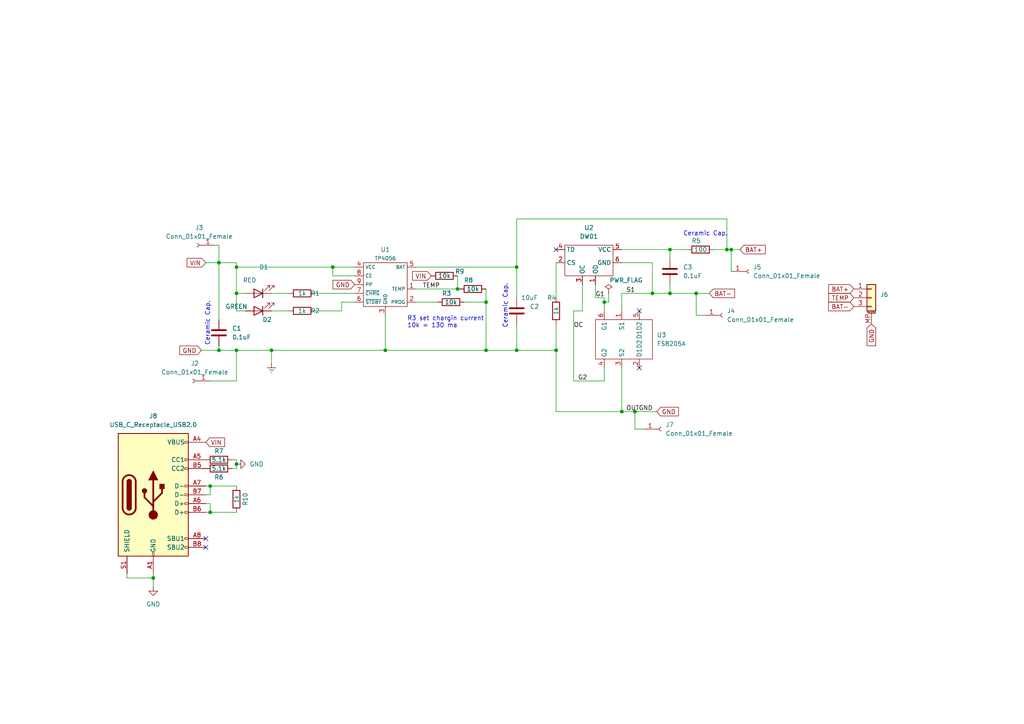
<source format=kicad_sch>
(kicad_sch (version 20230121) (generator eeschema)
  (paper "A4")
  (lib_symbols
    (symbol "Connector:Conn_01x01_Female" (pin_names (offset 1.016) hide)
      (property "Reference" "J" (at 0 2.54 0))
      (property "Value" "Conn_01x01_Female" (at 0 -2.54 0))
      (symbol "Conn_01x01_Female_1_1"
        (polyline (pts (xy -1.27 0) (xy -0.508 0)) (stroke (width 0.1524)))
        (arc (start 0 0.508) (mid -0.5058 0) (end 0 -0.508) (stroke (width 0.1524)))
        (pin passive line (at -5.08 0 0) (length 3.81) (name "Pin_1") (number "1"))
      )
    )
    (symbol "Connector:USB_C_Receptacle_USB2.0" (pin_names (offset 1.016))
      (property "Reference" "J" (at -10.16 19.05 0))
      (property "Value" "USB_C_Receptacle_USB2.0" (at 19.05 19.05 0))
      (symbol "USB_C_Receptacle_USB2.0_0_0"
        (rectangle (start -0.254 -17.78) (end 0.254 -16.764))
        (rectangle (start 10.16 -14.986) (end 9.144 -15.494))
        (rectangle (start 10.16 -12.446) (end 9.144 -12.954))
        (rectangle (start 10.16 -4.826) (end 9.144 -5.334))
        (rectangle (start 10.16 -2.286) (end 9.144 -2.794))
        (rectangle (start 10.16 0.254) (end 9.144 -0.254))
        (rectangle (start 10.16 2.794) (end 9.144 2.286))
        (rectangle (start 10.16 7.874) (end 9.144 7.366))
        (rectangle (start 10.16 10.414) (end 9.144 9.906))
        (rectangle (start 10.16 15.494) (end 9.144 14.986))
      )
      (symbol "USB_C_Receptacle_USB2.0_0_1"
        (rectangle (start -10.16 17.78) (end 10.16 -17.78) (stroke (width 0.254)) (fill (type background)))
        (arc (start -8.89 -3.81) (mid -6.985 -5.7067) (end -5.08 -3.81) (stroke (width 0.508)))
        (arc (start -7.62 -3.81) (mid -6.985 -4.4423) (end -6.35 -3.81) (stroke (width 0.254)))
        (arc (start -7.62 -3.81) (mid -6.985 -4.4423) (end -6.35 -3.81) (stroke (width 0.254)) (fill (type outline)))
        (rectangle (start -7.62 -3.81) (end -6.35 3.81) (stroke (width 0.254)) (fill (type outline)))
        (arc (start -6.35 3.81) (mid -6.985 4.4423) (end -7.62 3.81) (stroke (width 0.254)))
        (arc (start -6.35 3.81) (mid -6.985 4.4423) (end -7.62 3.81) (stroke (width 0.254)) (fill (type outline)))
        (arc (start -5.08 3.81) (mid -6.985 5.7067) (end -8.89 3.81) (stroke (width 0.508)))
        (circle (center -2.54 1.143) (radius 0.635) (stroke (width 0.254)) (fill (type outline)))
        (circle (center 0 -5.842) (radius 1.27) (fill (type outline)))
        (polyline (pts (xy -8.89 -3.81) (xy -8.89 3.81)) (stroke (width 0.508)))
        (polyline (pts (xy -5.08 3.81) (xy -5.08 -3.81)) (stroke (width 0.508)))
        (polyline (pts (xy 0 -5.842) (xy 0 4.318)) (stroke (width 0.508)))
        (polyline (pts (xy 0 -3.302) (xy -2.54 -0.762) (xy -2.54 0.508)) (stroke (width 0.508)))
        (polyline (pts (xy 0 -2.032) (xy 2.54 0.508) (xy 2.54 1.778)) (stroke (width 0.508)))
        (polyline (pts (xy -1.27 4.318) (xy 0 6.858) (xy 1.27 4.318) (xy -1.27 4.318)) (stroke (width 0.254)) (fill (type outline)))
        (rectangle (start 1.905 1.778) (end 3.175 3.048) (stroke (width 0.254)) (fill (type outline)))
      )
      (symbol "USB_C_Receptacle_USB2.0_1_1"
        (pin passive line (at 0 -22.86 90) (length 5.08) (name "GND") (number "A1"))
        (pin passive line (at 0 -22.86 90) (length 5.08) hide (name "GND") (number "A12"))
        (pin passive line (at 15.24 15.24 180) (length 5.08) (name "VBUS") (number "A4"))
        (pin bidirectional line (at 15.24 10.16 180) (length 5.08) (name "CC1") (number "A5"))
        (pin bidirectional line (at 15.24 -2.54 180) (length 5.08) (name "D+") (number "A6"))
        (pin bidirectional line (at 15.24 2.54 180) (length 5.08) (name "D-") (number "A7"))
        (pin bidirectional line (at 15.24 -12.7 180) (length 5.08) (name "SBU1") (number "A8"))
        (pin passive line (at 15.24 15.24 180) (length 5.08) hide (name "VBUS") (number "A9"))
        (pin passive line (at 0 -22.86 90) (length 5.08) hide (name "GND") (number "B1"))
        (pin passive line (at 0 -22.86 90) (length 5.08) hide (name "GND") (number "B12"))
        (pin passive line (at 15.24 15.24 180) (length 5.08) hide (name "VBUS") (number "B4"))
        (pin bidirectional line (at 15.24 7.62 180) (length 5.08) (name "CC2") (number "B5"))
        (pin bidirectional line (at 15.24 -5.08 180) (length 5.08) (name "D+") (number "B6"))
        (pin bidirectional line (at 15.24 0 180) (length 5.08) (name "D-") (number "B7"))
        (pin bidirectional line (at 15.24 -15.24 180) (length 5.08) (name "SBU2") (number "B8"))
        (pin passive line (at 15.24 15.24 180) (length 5.08) hide (name "VBUS") (number "B9"))
        (pin passive line (at -7.62 -22.86 90) (length 5.08) (name "SHIELD") (number "S1"))
      )
    )
    (symbol "Connector_Generic_MountingPin:Conn_01x03_MountingPin" (pin_names (offset 1.016) hide)
      (property "Reference" "J" (at 0 5.08 0))
      (property "Value" "Conn_01x03_MountingPin" (at 1.27 -5.08 0))
      (symbol "Conn_01x03_MountingPin_1_1"
        (rectangle (start -1.27 -2.413) (end 0 -2.667) (stroke (width 0.1524)))
        (rectangle (start -1.27 0.127) (end 0 -0.127) (stroke (width 0.1524)))
        (rectangle (start -1.27 2.667) (end 0 2.413) (stroke (width 0.1524)))
        (rectangle (start -1.27 3.81) (end 1.27 -3.81) (stroke (width 0.254)) (fill (type background)))
        (polyline (pts (xy -1.016 -4.572) (xy 1.016 -4.572)) (stroke (width 0.1524)))
        (text "Mounting" (at 0 -4.191 0) (effects (font (size 0.381 0.381))))
        (pin passive line (at -5.08 2.54 0) (length 3.81) (name "Pin_1") (number "1"))
        (pin passive line (at -5.08 0 0) (length 3.81) (name "Pin_2") (number "2"))
        (pin passive line (at -5.08 -2.54 0) (length 3.81) (name "Pin_3") (number "3"))
        (pin passive line (at 0 -7.62 90) (length 3.048) (name "MountPin") (number "MP"))
      )
    )
    (symbol "Device:C" (pin_numbers hide) (pin_names (offset 0.254))
      (property "Reference" "C" (at 0.635 2.54 0))
      (property "Value" "C" (at 0.635 -2.54 0))
      (symbol "C_0_1"
        (polyline (pts (xy -2.032 -0.762) (xy 2.032 -0.762)) (stroke (width 0.508)))
        (polyline (pts (xy -2.032 0.762) (xy 2.032 0.762)) (stroke (width 0.508)))
      )
      (symbol "C_1_1"
        (pin passive line (at 0 3.81 270) (length 2.794) (name "~") (number "1"))
        (pin passive line (at 0 -3.81 90) (length 2.794) (name "~") (number "2"))
      )
    )
    (symbol "Device:LED" (pin_numbers hide) (pin_names (offset 1.016) hide)
      (property "Reference" "D" (at 0 2.54 0))
      (property "Value" "LED" (at 0 -2.54 0))
      (symbol "LED_0_1"
        (polyline (pts (xy -1.27 -1.27) (xy -1.27 1.27)) (stroke (width 0.254)))
        (polyline (pts (xy -1.27 0) (xy 1.27 0)))
        (polyline (pts (xy 1.27 -1.27) (xy 1.27 1.27) (xy -1.27 0) (xy 1.27 -1.27)) (stroke (width 0.254)))
        (polyline (pts (xy -3.048 -0.762) (xy -4.572 -2.286) (xy -3.81 -2.286) (xy -4.572 -2.286) (xy -4.572 -1.524)))
        (polyline (pts (xy -1.778 -0.762) (xy -3.302 -2.286) (xy -2.54 -2.286) (xy -3.302 -2.286) (xy -3.302 -1.524)))
      )
      (symbol "LED_1_1"
        (pin passive line (at -3.81 0 0) (length 2.54) (name "K") (number "1"))
        (pin passive line (at 3.81 0 180) (length 2.54) (name "A") (number "2"))
      )
    )
    (symbol "Device:R" (pin_numbers hide) (pin_names (offset 0))
      (property "Reference" "R" (at 2.032 0 90))
      (property "Value" "R" (at 0 0 90))
      (symbol "R_0_1"
        (rectangle (start -1.016 -2.54) (end 1.016 2.54) (stroke (width 0.254)))
      )
      (symbol "R_1_1"
        (pin passive line (at 0 3.81 270) (length 1.27) (name "~") (number "1"))
        (pin passive line (at 0 -3.81 90) (length 1.27) (name "~") (number "2"))
      )
    )
    (symbol "dw01:DW01"
      (property "Reference" "U" (at 1.27 10.16 0))
      (property "Value" "DW01" (at 11.43 10.16 0))
      (symbol "DW01_0_1"
        (rectangle (start 0 8.89) (end 13.97 0))
      )
      (symbol "DW01_1_1"
        (pin input line (at 8.89 -2.54 90) (length 2.54) (name "OD") (number "1"))
        (pin input line (at -2.54 3.81 0) (length 2.54) (name "CS") (number "2"))
        (pin input line (at 5.08 -2.54 90) (length 2.54) (name "OC") (number "3"))
        (pin input line (at -2.54 7.62 0) (length 2.54) (name "TD") (number "4"))
        (pin input line (at 16.51 7.62 180) (length 2.54) (name "VCC") (number "5"))
        (pin input line (at 16.51 3.81 180) (length 2.54) (name "GND") (number "6"))
      )
    )
    (symbol "fs8205:FS8205A"
      (property "Reference" "U" (at 1.27 5.08 0))
      (property "Value" "FS8205A" (at -1.27 8.89 90))
      (symbol "FS8205A_0_1"
        (rectangle (start 0 11.43) (end 16.51 0))
      )
      (symbol "FS8205A_1_1"
        (pin input line (at 7.62 13.97 270) (length 2.54) (name "S1") (number "1"))
        (pin input line (at 12.7 -2.54 90) (length 2.54) (name "D1D2") (number "2"))
        (pin input line (at 7.62 -2.54 90) (length 2.54) (name "S2") (number "3"))
        (pin input line (at 2.54 -2.54 90) (length 2.54) (name "G2") (number "4"))
        (pin input line (at 12.7 13.97 270) (length 2.54) (name "D1D2") (number "5"))
        (pin input line (at 2.54 13.97 270) (length 2.54) (name "G1") (number "6"))
      )
    )
    (symbol "power:Earth" (power) (pin_names (offset 0))
      (symbol "Earth_0_1"
        (polyline (pts (xy -0.635 -1.905) (xy 0.635 -1.905)))
        (polyline (pts (xy -0.127 -2.54) (xy 0.127 -2.54)))
        (polyline (pts (xy 0 -1.27) (xy 0 0)))
        (polyline (pts (xy 1.27 -1.27) (xy -1.27 -1.27)))
      )
      (symbol "Earth_1_1"
        (pin power_in line (at 0 0 270) (length 0) hide (name "Earth") (number "1"))
      )
    )
    (symbol "power:GND" (power) (pin_names (offset 0))
      (property "Value" "GND" (at 0 -3.81 0))
      (symbol "GND_0_1"
        (polyline (pts (xy 0 0) (xy 0 -1.27) (xy 1.27 -1.27) (xy 0 -2.54) (xy -1.27 -1.27) (xy 0 -1.27)))
      )
      (symbol "GND_1_1"
        (pin power_in line (at 0 0 270) (length 0) hide (name "GND") (number "1"))
      )
    )
    (symbol "power:PWR_FLAG" (power) (pin_numbers hide) (pin_names (offset 0) hide)
      (property "Value" "PWR_FLAG" (at 0 3.81 0))
      (symbol "PWR_FLAG_0_0"
        (pin power_out line (at 0 0 90) (length 0) (name "pwr") (number "1"))
      )
      (symbol "PWR_FLAG_0_1"
        (polyline (pts (xy 0 0) (xy 0 1.27) (xy -1.016 1.905) (xy 0 2.54) (xy 1.016 1.905) (xy 0 1.27)))
      )
    )
    (symbol "tp4056:TP4056"
      (property "Reference" "U" (at 1.27 13.97 0))
      (property "Value" "TP4056" (at 8.89 13.97 0))
      (symbol "TP4056_0_1"
        (rectangle (start 0 12.7) (end 12.7 0))
      )
      (symbol "TP4056_1_1"
        (pin input line (at 15.24 5.08 180) (length 2.54) (name "TEMP") (number "1"))
        (pin input line (at 15.24 1.27 180) (length 2.54) (name "PROG") (number "2"))
        (pin input line (at 6.35 -2.54 90) (length 2.54) (name "GND") (number "3"))
        (pin input line (at -2.54 11.43 0) (length 2.54) (name "VCC") (number "4"))
        (pin input line (at 15.24 11.43 180) (length 2.54) (name "BAT") (number "5"))
        (pin input line (at -2.54 1.27 0) (length 2.54) (name "~{STDBY}") (number "6"))
        (pin input line (at -2.54 3.81 0) (length 2.54) (name "~{CHRG}") (number "7"))
        (pin input line (at -2.54 8.89 0) (length 2.54) (name "CE") (number "8"))
        (pin input line (at -2.54 6.35 0) (length 2.54) (name "PP") (number "9"))
      )
    )
  )
  (junction (at 68.58 85.09))
  (junction (at 175.26 87.63))
  (junction (at 189.23 85.09))
  (junction (at 44.45 167.64))
  (junction (at 140.97 101.6))
  (junction (at 149.86 101.6))
  (junction (at 60.96 140.97))
  (junction (at 180.34 119.38))
  (junction (at 132.715 83.82))
  (junction (at 149.86 77.47))
  (junction (at 78.74 101.6))
  (junction (at 212.09 72.39))
  (junction (at 68.58 101.6))
  (junction (at 96.52 77.47))
  (junction (at 161.29 101.6))
  (junction (at 194.31 85.09))
  (junction (at 63.5 76.2))
  (junction (at 201.93 85.09))
  (junction (at 140.97 87.63))
  (junction (at 111.76 101.6))
  (junction (at 68.58 134.62))
  (junction (at 210.82 72.39))
  (junction (at 60.96 148.59))
  (junction (at 194.31 72.39))
  (junction (at 184.15 119.38))
  (junction (at 68.58 77.47))
  (junction (at 63.5 101.6))
  (no_connect (at 59.69 156.21))
  (no_connect (at 161.29 72.39))
  (no_connect (at 185.42 106.68))
  (no_connect (at 185.42 90.17))
  (no_connect (at 59.69 158.75))
  (wire (pts (xy 111.76 101.6) (xy 140.97 101.6)))
  (wire (pts (xy 149.86 101.6) (xy 161.29 101.6)))
  (wire (pts (xy 184.15 124.46) (xy 184.15 119.38)))
  (wire (pts (xy 189.23 76.2) (xy 189.23 85.09)))
  (wire (pts (xy 91.44 85.09) (xy 102.87 85.09)))
  (wire (pts (xy 68.58 77.47) (xy 96.52 77.47)))
  (wire (pts (xy 194.31 72.39) (xy 199.39 72.39)))
  (wire (pts (xy 68.58 101.6) (xy 78.74 101.6)))
  (wire (pts (xy 96.52 77.47) (xy 102.87 77.47)))
  (wire (pts (xy 149.86 77.47) (xy 149.86 86.36)))
  (wire (pts (xy 68.58 76.2) (xy 68.58 77.47)))
  (wire (pts (xy 149.86 63.5) (xy 210.82 63.5)))
  (wire (pts (xy 78.74 85.09) (xy 83.82 85.09)))
  (wire (pts (xy 78.74 101.6) (xy 78.74 105.41)))
  (wire (pts (xy 44.45 170.18) (xy 44.45 167.64)))
  (wire (pts (xy 212.09 72.39) (xy 212.09 78.74)))
  (wire (pts (xy 140.97 83.82) (xy 140.97 87.63)))
  (wire (pts (xy 59.69 140.97) (xy 60.96 140.97)))
  (wire (pts (xy 96.52 80.01) (xy 102.87 80.01)))
  (wire (pts (xy 96.52 77.47) (xy 96.52 80.01)))
  (wire (pts (xy 68.58 135.89) (xy 67.31 135.89)))
  (wire (pts (xy 140.97 87.63) (xy 140.97 101.6)))
  (wire (pts (xy 71.12 90.17) (xy 68.58 90.17)))
  (wire (pts (xy 68.58 85.09) (xy 68.58 77.47)))
  (wire (pts (xy 210.82 63.5) (xy 210.82 72.39)))
  (wire (pts (xy 36.83 166.37) (xy 36.83 167.64)))
  (wire (pts (xy 60.96 146.05) (xy 60.96 148.59)))
  (wire (pts (xy 60.96 140.97) (xy 60.96 143.51)))
  (wire (pts (xy 58.42 101.6) (xy 63.5 101.6)))
  (wire (pts (xy 189.23 85.09) (xy 194.31 85.09)))
  (wire (pts (xy 175.26 87.63) (xy 175.26 90.17)))
  (wire (pts (xy 172.72 86.36) (xy 175.26 86.36)))
  (wire (pts (xy 68.58 110.49) (xy 68.58 101.6)))
  (wire (pts (xy 68.58 85.09) (xy 71.12 85.09)))
  (wire (pts (xy 194.31 85.09) (xy 201.93 85.09)))
  (wire (pts (xy 180.34 72.39) (xy 194.31 72.39)))
  (wire (pts (xy 161.29 93.98) (xy 161.29 101.6)))
  (wire (pts (xy 210.82 72.39) (xy 212.09 72.39)))
  (wire (pts (xy 180.34 90.17) (xy 180.34 85.09)))
  (wire (pts (xy 59.69 146.05) (xy 60.96 146.05)))
  (wire (pts (xy 60.96 110.49) (xy 68.58 110.49)))
  (wire (pts (xy 166.37 110.49) (xy 175.26 110.49)))
  (wire (pts (xy 120.65 83.82) (xy 132.715 83.82)))
  (wire (pts (xy 172.72 82.55) (xy 172.72 86.36)))
  (wire (pts (xy 99.06 87.63) (xy 99.06 90.17)))
  (wire (pts (xy 44.45 167.64) (xy 44.45 166.37)))
  (wire (pts (xy 63.5 101.6) (xy 68.58 101.6)))
  (wire (pts (xy 63.5 71.12) (xy 63.5 76.2)))
  (wire (pts (xy 63.5 100.33) (xy 63.5 101.6)))
  (wire (pts (xy 78.74 90.17) (xy 83.82 90.17)))
  (wire (pts (xy 140.97 101.6) (xy 149.86 101.6)))
  (wire (pts (xy 161.29 76.2) (xy 161.29 86.36)))
  (wire (pts (xy 204.47 91.44) (xy 201.93 91.44)))
  (wire (pts (xy 161.29 101.6) (xy 161.29 119.38)))
  (wire (pts (xy 149.86 63.5) (xy 149.86 77.47)))
  (wire (pts (xy 63.5 76.2) (xy 68.58 76.2)))
  (wire (pts (xy 99.06 90.17) (xy 91.44 90.17)))
  (wire (pts (xy 194.31 82.55) (xy 194.31 85.09)))
  (wire (pts (xy 201.93 85.09) (xy 205.74 85.09)))
  (wire (pts (xy 60.96 140.97) (xy 68.58 140.97)))
  (wire (pts (xy 62.23 71.12) (xy 63.5 71.12)))
  (wire (pts (xy 134.62 87.63) (xy 140.97 87.63)))
  (wire (pts (xy 168.91 90.17) (xy 166.37 90.17)))
  (wire (pts (xy 68.58 90.17) (xy 68.58 85.09)))
  (wire (pts (xy 102.87 87.63) (xy 99.06 87.63)))
  (wire (pts (xy 201.93 91.44) (xy 201.93 85.09)))
  (wire (pts (xy 207.01 72.39) (xy 210.82 72.39)))
  (wire (pts (xy 63.5 76.2) (xy 63.5 92.71)))
  (wire (pts (xy 68.58 133.35) (xy 68.58 134.62)))
  (wire (pts (xy 180.34 106.68) (xy 180.34 119.38)))
  (wire (pts (xy 186.69 124.46) (xy 184.15 124.46)))
  (wire (pts (xy 60.96 148.59) (xy 68.58 148.59)))
  (wire (pts (xy 180.34 76.2) (xy 189.23 76.2)))
  (wire (pts (xy 194.31 72.39) (xy 194.31 74.93)))
  (wire (pts (xy 67.31 133.35) (xy 68.58 133.35)))
  (wire (pts (xy 180.34 85.09) (xy 189.23 85.09)))
  (wire (pts (xy 212.09 72.39) (xy 214.63 72.39)))
  (wire (pts (xy 175.26 110.49) (xy 175.26 106.68)))
  (wire (pts (xy 78.74 101.6) (xy 111.76 101.6)))
  (wire (pts (xy 184.15 119.38) (xy 190.5 119.38)))
  (wire (pts (xy 120.65 87.63) (xy 127 87.63)))
  (wire (pts (xy 132.715 83.82) (xy 133.35 83.82)))
  (wire (pts (xy 176.53 85.09) (xy 176.53 87.63)))
  (wire (pts (xy 166.37 90.17) (xy 166.37 110.49)))
  (wire (pts (xy 168.91 82.55) (xy 168.91 90.17)))
  (wire (pts (xy 176.53 87.63) (xy 175.26 87.63)))
  (wire (pts (xy 175.26 86.36) (xy 175.26 87.63)))
  (wire (pts (xy 68.58 134.62) (xy 68.58 135.89)))
  (wire (pts (xy 132.715 80.01) (xy 132.715 83.82)))
  (wire (pts (xy 60.96 143.51) (xy 59.69 143.51)))
  (wire (pts (xy 36.83 167.64) (xy 44.45 167.64)))
  (wire (pts (xy 161.29 119.38) (xy 180.34 119.38)))
  (wire (pts (xy 180.34 119.38) (xy 184.15 119.38)))
  (wire (pts (xy 149.86 93.98) (xy 149.86 101.6)))
  (wire (pts (xy 59.69 76.2) (xy 63.5 76.2)))
  (wire (pts (xy 60.96 148.59) (xy 59.69 148.59)))
  (wire (pts (xy 111.76 91.44) (xy 111.76 101.6)))
  (wire (pts (xy 120.65 77.47) (xy 149.86 77.47)))
  (text "Ceramic Cap." (at 60.96 100.33 90) (effects (font (size 1.27 1.27)) (justify left bottom)))
  (text "Ceramic Cap." (at 147.32 95.25 90) (effects (font (size 1.27 1.27)) (justify left bottom)))
  (text "R3 set chargin current\n10k = 130 ma" (at 118.11 95.25 0) (effects (font (size 1.27 1.27)) (justify left bottom)))
  (text "Ceramic Cap." (at 198.12 68.58 0) (effects (font (size 1.27 1.27)) (justify left bottom)))
  (label "OUTGND" (at 181.61 119.38 0))
  (label "G1" (at 172.72 86.36 0))
  (label "OC" (at 166.37 95.25 0))
  (label "TEMP" (at 122.555 83.82 0))
  (label "G2" (at 167.64 110.49 0))
  (label "S1" (at 181.61 85.09 0))
  (global_label "VIN" (shape input) (at 59.69 76.2 180) (property "Intersheetrefs" "${INTERSHEET_REFS}" (effects hide)))
  (global_label "GND" (shape input) (at 102.87 82.55 180) (property "Intersheetrefs" "${INTERSHEET_REFS}" (effects hide)))
  (global_label "GND" (shape input) (at 190.5 119.38 0) (property "Intersheetrefs" "${INTERSHEET_REFS}" (effects hide)))
  (global_label "GND" (shape input) (at 58.42 101.6 180) (property "Intersheetrefs" "${INTERSHEET_REFS}" (effects hide)))
  (global_label "GND" (shape input) (at 252.73 93.98 270) (property "Intersheetrefs" "${INTERSHEET_REFS}" (effects hide)))
  (global_label "BAT+" (shape input) (at 214.63 72.39 0) (property "Intersheetrefs" "${INTERSHEET_REFS}" (effects hide)))
  (global_label "BAT+" (shape input) (at 247.65 83.82 180) (property "Intersheetrefs" "${INTERSHEET_REFS}" (effects hide)))
  (global_label "VIN" (shape input) (at 125.095 80.01 180) (property "Intersheetrefs" "${INTERSHEET_REFS}" (effects hide)))
  (global_label "TEMP" (shape input) (at 247.65 86.36 180) (property "Intersheetrefs" "${INTERSHEET_REFS}" (effects hide)))
  (global_label "BAT-" (shape input) (at 247.65 88.9 180) (property "Intersheetrefs" "${INTERSHEET_REFS}" (effects hide)))
  (global_label "BAT-" (shape input) (at 205.74 85.09 0) (property "Intersheetrefs" "${INTERSHEET_REFS}" (effects hide)))
  (global_label "VIN" (shape input) (at 59.69 128.27 0) (property "Intersheetrefs" "${INTERSHEET_REFS}" (effects hide)))
  (symbol (lib_id "Device:C") (at 149.86 90.17 0) (unit 1)
    (property "Reference" "C2" (at 153.67 88.8999 0) (effects (justify left)))
    (property "Value" "10uF" (at 151.13 86.36 0) (effects (justify left)))
    (property "Footprint" "Capacitor_SMD:C_0805_2012Metric_Pad1.18x1.45mm_HandSolder" (effects hide))
  )
  (symbol (lib_id "power:Earth") (at 78.74 105.41 0) (unit 1)
    (property "Reference" "#PWR01" (effects hide))
    (property "Value" "Earth" (effects hide))
  )
  (symbol (lib_id "Device:R") (at 137.16 83.82 90) (unit 1)
    (property "Reference" "R8" (at 135.89 81.28 90))
    (property "Value" "10k" (at 137.16 83.82 90))
    (property "Footprint" "Resistor_SMD:R_0805_2012Metric_Pad1.20x1.40mm_HandSolder" (effects hide))
  )
  (symbol (lib_id "Connector:Conn_01x01_Female") (at 217.17 78.74 0) (unit 1)
    (property "Reference" "J5" (at 218.44 77.4699 0) (effects (justify left)))
    (property "Value" "Conn_01x01_Female" (at 218.44 80.0099 0) (effects (justify left)))
    (property "Footprint" "Connector_PinSocket_2.54mm:PinSocket_1x01_P2.54mm_Vertical" (effects hide))
  )
  (symbol (lib_id "power:GND") (at 44.45 170.18 0) (unit 1)
    (property "Reference" "#PWR02" (effects hide))
    (property "Value" "GND" (at 44.45 175.26 0))
  )
  (symbol (lib_id "Device:LED") (at 74.93 85.09 180) (unit 1)
    (property "Reference" "D1" (at 76.5175 77.47 0))
    (property "Value" "RED" (at 72.39 81.28 0))
    (property "Footprint" "LED_SMD:LED_0805_2012Metric_Pad1.15x1.40mm_HandSolder" (effects hide))
  )
  (symbol (lib_id "Device:R") (at 87.63 85.09 90) (unit 1)
    (property "Reference" "R1" (at 91.44 85.09 90))
    (property "Value" "1k" (at 87.63 85.09 90))
    (property "Footprint" "Resistor_SMD:R_0603_1608Metric_Pad0.98x0.95mm_HandSolder" (effects hide))
  )
  (symbol (lib_id "tp4056:TP4056") (at 105.41 88.9 0) (unit 1)
    (property "Reference" "U1" (at 111.76 72.39 0))
    (property "Value" "TP4056" (at 111.76 74.93 0) (effects (font (size 1.1 1.1))))
    (property "Footprint" "Package_SO:SOIC-8-1EP_3.9x4.9mm_P1.27mm_EP2.29x3mm" (effects hide))
  )
  (symbol (lib_id "power:PWR_FLAG") (at 176.53 85.09 0) (unit 1)
    (property "Reference" "#FLG01" (effects hide))
    (property "Value" "PWR_FLAG" (at 181.61 81.28 0))
  )
  (symbol (lib_id "dw01:DW01") (at 163.83 80.01 0) (unit 1)
    (property "Reference" "U2" (at 170.815 66.04 0))
    (property "Value" "DW01" (at 170.815 68.58 0))
    (property "Footprint" "Package_TO_SOT_SMD:SOT-23-6_Handsoldering" (effects hide))
  )
  (symbol (lib_id "Device:R") (at 128.905 80.01 90) (unit 1)
    (property "Reference" "R9" (at 133.35 78.74 90))
    (property "Value" "10k" (at 128.905 80.01 90))
    (property "Footprint" "Resistor_SMD:R_0805_2012Metric_Pad1.20x1.40mm_HandSolder" (effects hide))
  )
  (symbol (lib_id "Connector:Conn_01x01_Female") (at 209.55 91.44 0) (unit 1)
    (property "Reference" "J4" (at 210.82 90.1699 0) (effects (justify left)))
    (property "Value" "Conn_01x01_Female" (at 210.82 92.7099 0) (effects (justify left)))
    (property "Footprint" "Connector_PinSocket_2.54mm:PinSocket_1x01_P2.54mm_Vertical" (effects hide))
  )
  (symbol (lib_id "Connector:Conn_01x01_Female") (at 191.77 124.46 0) (unit 1)
    (property "Reference" "J7" (at 193.04 123.1899 0) (effects (justify left)))
    (property "Value" "Conn_01x01_Female" (at 193.04 125.7299 0) (effects (justify left)))
    (property "Footprint" "Connector_PinSocket_2.54mm:PinSocket_1x01_P2.54mm_Vertical" (effects hide))
  )
  (symbol (lib_id "Device:R") (at 68.58 144.78 180) (unit 1)
    (property "Reference" "R10" (at 71.12 144.78 90))
    (property "Value" "1k" (at 68.58 144.78 90))
    (property "Footprint" "Resistor_SMD:R_0603_1608Metric_Pad0.98x0.95mm_HandSolder" (effects hide))
  )
  (symbol (lib_id "Device:C") (at 194.31 78.74 0) (unit 1)
    (property "Reference" "C3" (at 198.12 77.4699 0) (effects (justify left)))
    (property "Value" "0.1uF" (at 198.12 80.0099 0) (effects (justify left)))
    (property "Footprint" "Capacitor_SMD:C_0805_2012Metric_Pad1.18x1.45mm_HandSolder" (effects hide))
  )
  (symbol (lib_id "Connector_Generic_MountingPin:Conn_01x03_MountingPin") (at 252.73 86.36 0) (unit 1)
    (property "Reference" "J6" (at 255.27 85.4456 0) (effects (justify left)))
    (property "Value" "Conn_01x03_MountingPin" (effects hide))
    (property "Footprint" "BatteryHolder:CONN-SMD_BC-4-3PD" (effects hide))
  )
  (symbol (lib_id "Device:C") (at 63.5 96.52 0) (unit 1)
    (property "Reference" "C1" (at 67.31 95.2499 0) (effects (justify left)))
    (property "Value" "0.1uF" (at 67.31 97.7899 0) (effects (justify left)))
    (property "Footprint" "Capacitor_SMD:C_0805_2012Metric_Pad1.18x1.45mm_HandSolder" (effects hide))
  )
  (symbol (lib_id "Device:LED") (at 74.93 90.17 180) (unit 1)
    (property "Reference" "D2" (at 77.47 92.71 0))
    (property "Value" "GREEN" (at 68.58 88.9 0))
    (property "Footprint" "LED_SMD:LED_0805_2012Metric_Pad1.15x1.40mm_HandSolder" (effects hide))
  )
  (symbol (lib_id "Device:R") (at 130.81 87.63 90) (unit 1)
    (property "Reference" "R3" (at 129.54 85.09 90))
    (property "Value" "10k" (at 130.81 87.63 90))
    (property "Footprint" "Resistor_SMD:R_0805_2012Metric_Pad1.20x1.40mm_HandSolder" (effects hide))
  )
  (symbol (lib_id "power:GND") (at 68.58 134.62 90) (unit 1)
    (property "Reference" "#PWR03" (effects hide))
    (property "Value" "GND" (at 72.39 134.62 90) (effects (justify right)))
  )
  (symbol (lib_id "Device:R") (at 63.5 135.89 90) (unit 1)
    (property "Reference" "R6" (at 63.5 138.43 90))
    (property "Value" "5.1k" (at 63.5 135.89 90))
    (property "Footprint" "Resistor_SMD:R_0603_1608Metric_Pad0.98x0.95mm_HandSolder" (effects hide))
  )
  (symbol (lib_id "Device:R") (at 161.29 90.17 180) (unit 1)
    (property "Reference" "R4" (at 160.02 86.36 0))
    (property "Value" "1k" (at 161.29 90.17 90))
    (property "Footprint" "Resistor_SMD:R_0603_1608Metric_Pad0.98x0.95mm_HandSolder" (effects hide))
  )
  (symbol (lib_id "Device:R") (at 203.2 72.39 270) (unit 1)
    (property "Reference" "R5" (at 201.93 69.85 90))
    (property "Value" "100" (at 203.2 72.39 90))
    (property "Footprint" "Resistor_SMD:R_0805_2012Metric_Pad1.20x1.40mm_HandSolder" (effects hide))
  )
  (symbol (lib_id "Connector:USB_C_Receptacle_USB2.0") (at 44.45 143.51 0) (unit 1)
    (property "Reference" "J8" (at 44.45 120.65 0))
    (property "Value" "USB_C_Receptacle_USB2.0" (at 44.45 123.19 0))
    (property "Footprint" "Connector_USB:USB_C_Receptacle_HRO_TYPE-C-31-M-12" (effects hide))
    (property "Datasheet" "https://www.usb.org/sites/default/files/documents/usb_type-c.zip" (effects hide))
  )
  (symbol (lib_id "Device:R") (at 63.5 133.35 90) (unit 1)
    (property "Reference" "R7" (at 63.5 130.81 90))
    (property "Value" "5.1k" (at 63.5 133.35 90))
    (property "Footprint" "Resistor_SMD:R_0603_1608Metric_Pad0.98x0.95mm_HandSolder" (effects hide))
  )
  (symbol (lib_id "Connector:Conn_01x01_Female") (at 57.15 71.12 180) (unit 1)
    (property "Reference" "J3" (at 57.785 66.04 0))
    (property "Value" "Conn_01x01_Female" (at 57.785 68.58 0))
    (property "Footprint" "Connector_PinSocket_2.54mm:PinSocket_1x01_P2.54mm_Vertical" (effects hide))
  )
  (symbol (lib_id "fs8205:FS8205A") (at 172.72 104.14 0) (unit 1)
    (property "Reference" "U3" (at 190.5 97.1549 0) (effects (justify left)))
    (property "Value" "FS8205A" (at 190.5 99.6949 0) (effects (justify left)))
    (property "Footprint" "Package_TO_SOT_SMD:SOT-23-6_Handsoldering" (effects hide))
  )
  (symbol (lib_id "Device:R") (at 87.63 90.17 90) (unit 1)
    (property "Reference" "R2" (at 91.44 90.17 90))
    (property "Value" "1k" (at 87.63 90.17 90))
    (property "Footprint" "Resistor_SMD:R_0603_1608Metric_Pad0.98x0.95mm_HandSolder" (effects hide))
  )
  (symbol (lib_id "Connector:Conn_01x01_Female") (at 55.88 110.49 180) (unit 1)
    (property "Reference" "J2" (at 56.515 105.41 0))
    (property "Value" "Conn_01x01_Female" (at 56.515 107.95 0))
    (property "Footprint" "Connector_PinSocket_2.54mm:PinSocket_1x01_P2.54mm_Vertical" (effects hide))
  )
)
</source>
